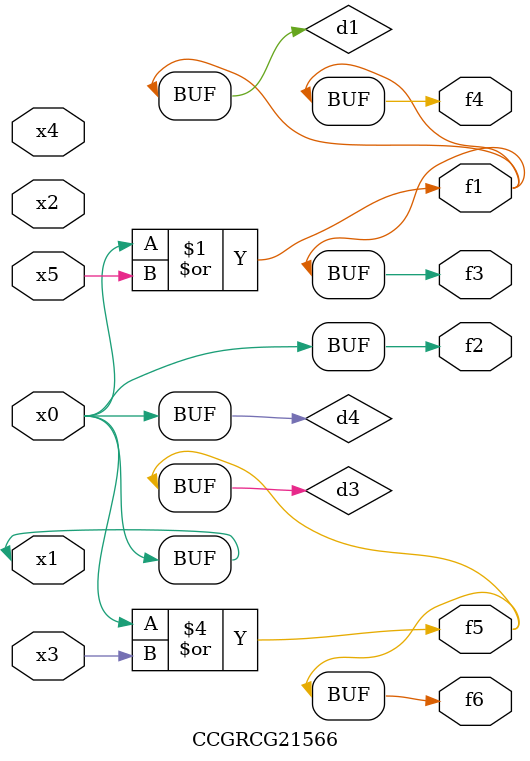
<source format=v>
module CCGRCG21566(
	input x0, x1, x2, x3, x4, x5,
	output f1, f2, f3, f4, f5, f6
);

	wire d1, d2, d3, d4;

	or (d1, x0, x5);
	xnor (d2, x1, x4);
	or (d3, x0, x3);
	buf (d4, x0, x1);
	assign f1 = d1;
	assign f2 = d4;
	assign f3 = d1;
	assign f4 = d1;
	assign f5 = d3;
	assign f6 = d3;
endmodule

</source>
